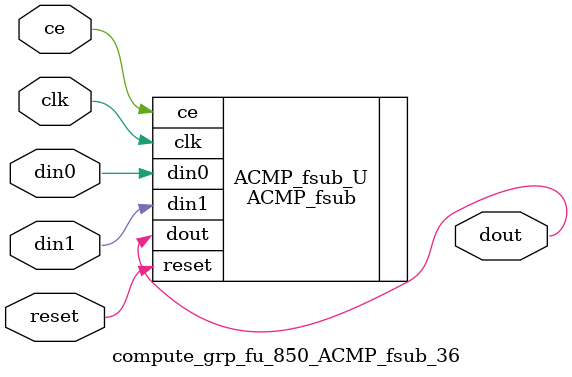
<source format=v>

`timescale 1 ns / 1 ps
module compute_grp_fu_850_ACMP_fsub_36(
    clk,
    reset,
    ce,
    din0,
    din1,
    dout);

parameter ID = 32'd1;
parameter NUM_STAGE = 32'd1;
parameter din0_WIDTH = 32'd1;
parameter din1_WIDTH = 32'd1;
parameter dout_WIDTH = 32'd1;
input clk;
input reset;
input ce;
input[din0_WIDTH - 1:0] din0;
input[din1_WIDTH - 1:0] din1;
output[dout_WIDTH - 1:0] dout;



ACMP_fsub #(
.ID( ID ),
.NUM_STAGE( 4 ),
.din0_WIDTH( din0_WIDTH ),
.din1_WIDTH( din1_WIDTH ),
.dout_WIDTH( dout_WIDTH ))
ACMP_fsub_U(
    .clk( clk ),
    .reset( reset ),
    .ce( ce ),
    .din0( din0 ),
    .din1( din1 ),
    .dout( dout ));

endmodule

</source>
